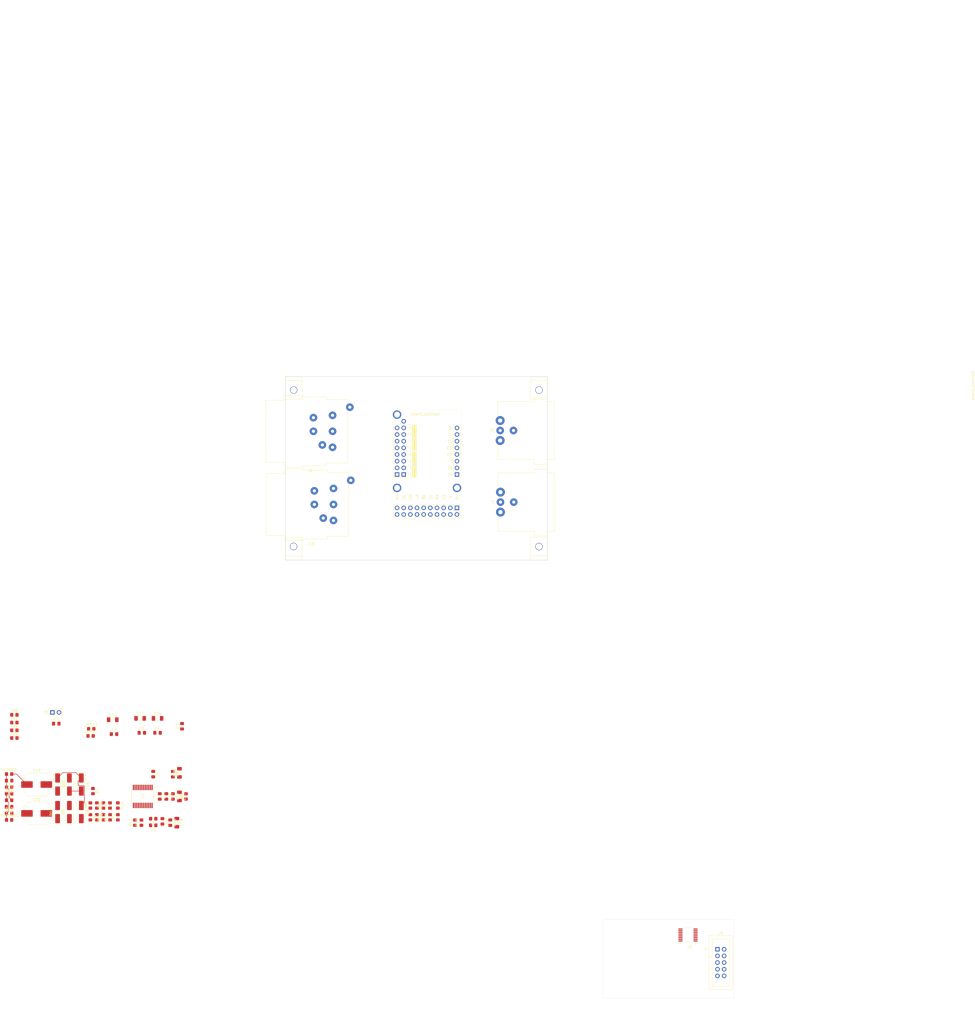
<source format=kicad_pcb>
(kicad_pcb (version 20241229) (generator "pcbnew") (generator_version "9.0")
  (layers (0 "F.Cu" signal) (2 "B.Cu" signal) (13 "F.Paste" user) (15 "B.Paste" user) (5 "F.SilkS" user "F.Silkscreen") (7 "B.SilkS" user "B.Silkscreen") (1 "F.Mask" user) (3 "B.Mask" user) (25 "Edge.Cuts" user))
  (net 0 "")
  (net 2 "34_RX8_RESET2")
  (net 3 "MCLK1+TDM1")
  (net 4 "/AUDIO_IN1P")
  (net 6 "GND")
  (net 8 "7_OUT1A+")
  (net 9 "SDA0")
  (net 12 "8_IN1")
  (net 15 "SCL0")
  (net 18 "BCLK1+TDM1")
  (net 21 "/AUDIO_OUTP")
  (net 24 "3.3V Teensy")
  (net 25 "35_TX8_RESET")
  (net 26 "/AUDIO_IN2P")
  (net 27 "/AUDIO_OUT2P")
  (net 28 "5V")
  (net 33 "LRCK1+TDM1")
  (net 34 "+48v")
  (net 35 "GNDPWR")
  (net 36 "VCC")
  (net 37 "Earth")
  (net 38 "-VA")
  (net 55 "+VA")
  (net 56 "Net-(U1-CS11)")
  (net 57 "Net-(U1-CS12)")
  (net 58 "Net-(U1-CS22)")
  (net 59 "Net-(U1-CS21)")
  (net 60 "Net-(J7-Pin_4)")
  (net 61 "Net-(C10-Pad1)")
  (net 62 "Net-(U1-VD-)")
  (net 63 "Net-(C19-Pad1)")
  (net 64 "Net-(C19-Pad2)")
  (net 65 "G")
  (net 66 "+48V")
  (net 67 "+12V")
  (net 68 "-12V")
  (net 69 "Net-(C20-Pad1)")
  (net 70 "Net-(C20-Pad2)")
  (net 71 "VIN1-")
  (net 72 "Net-(D6-A)")
  (net 73 "+5VA")
  (net 74 "-5VA")
  (net 75 "Net-(D8-A)")
  (net 76 "Net-(U1-VCOMIN)")
  (net 77 "SDI")
  (net 78 "SCLK")
  (net 79 "SDO")
  (net 80 "GPO3")
  (net 81 "CS")
  (net 82 "Net-(U1-VOUT+)")
  (net 83 "OVR")
  (net 84 "GPO2")
  (net 85 "Net-(U1-VIN-)")
  (net 86 "Net-(U1-VOUT-)")
  (net 87 "GPO4")
  (net 88 "Net-(U1-VIN+)")
  (net 89 "GPO1")
  (net 90 "Net-(CC1-Pad2)")
  (net 91 "Net-(CC2-Pad2)")
  (net 92 "Net-(J96-Pad2)")
  (net 93 "Net-(J97-Pad2)")
  (net 94 "Net-(J98-Pad2)")
  (net 95 "Net-(J99-Pad2)")
  (net 96 "SHIELD")
  (net 97 "Net-(R10-Pad2)")
  (net 98 "Net-(R11-Pad2)")
  (net 99 "VOUT+")
  (net 100 "VOUT-")
  (net 101 "Net-(J8-Pad2)")
  (net 102 "VIN1+")
  (footprint "Diode_SMD:D_SMA_Handsoldering" (layer "F.Cu") (at -67 181 90)
    (property "Reference" "D9" (at 0 -2.5 90) (layer "F.SilkS"))
    (property "Value" "~")
    (pad "1" smd roundrect (at -2.5 0 90) (size 3.5 1.8) (layers "F.Cu" "F.Mask" "F.Paste") (roundrect_rratio 0.1388888889) (net 75 "Net-(D8-A)"))
    (pad "2" smd roundrect (at 2.5 0 90) (size 3.5 1.8) (layers "F.Cu" "F.Mask" "F.Paste") (roundrect_rratio 0.1388888889) (net 74 "-5VA"))
  )
  (footprint "project_fp:R_0805_2012Metric_Pad1.20x1.40mm_HandSolder" (layer "F.Cu") (at -42 185.0375 90)
    (property "Reference" "R12" (at 0 -1.65 90) (layer "F.SilkS"))
    (property "Value" "0 ohm")
    (pad "1" smd roundrect (at -1 0 90) (size 1.2 1.4) (layers "F.Cu" "F.Mask" "F.Paste") (roundrect_rratio 0.208333) (net 99 "VOUT+"))
    (pad "2" smd roundrect (at 1 0 90) (size 1.2 1.4) (layers "F.Cu" "F.Mask" "F.Paste") (roundrect_rratio 0.208333) (net 82 "Net-(U1-VOUT+)"))
  )
  (footprint "project_fp:COMBO_XLR_NCJ6FI-H" (layer "F.Cu") (at 33.45 41.9 180)
    (property "Reference" "J9" (at 8.65 -9 0) (layer "F.SilkS"))
    (property "Value" "COMBO_NCJ6FA-H")
    (pad "" np_thru_hole circle (at 11.4 2.1 180) (size 2.1 2.1) (drill 2.1) (layers "*.Cu" "*.Mask"))
    (pad "1" thru_hole circle (at 0 0 180) (size 2.9 2.9) (drill 1.2) (layers "*.Cu" "*.Mask"))
    (pad "2" thru_hole circle (at 0 12.2 180) (size 2.9 2.9) (drill 1.2) (layers "*.Cu" "*.Mask"))
    (pad "3" thru_hole circle (at 0 6.1 180) (size 2.9 2.9) (drill 1.2) (layers "*.Cu" "*.Mask"))
    (pad "G" thru_hole circle (at 7.3 6.1 180) (size 2.9 2.9) (drill 1.2) (layers "*.Cu" "*.Mask"))
    (pad "R" thru_hole circle (at 3.9 0.9 180) (size 2.9 2.9) (drill 1.2) (layers "*.Cu" "*.Mask"))
    (pad "S" thru_hole circle (at 7.3 11.3 180) (size 2.9 2.9) (drill 1.2) (layers "*.Cu" "*.Mask"))
    (pad "T" thru_hole circle (at -6.6 15.3 180) (size 2.9 2.9) (drill 1.2) (layers "*.Cu" "*.Mask"))
  )
  (footprint "project_fp:R_0805_2012Metric_Pad1.20x1.40mm_HandSolder" (layer "F.Cu") (at -90 174)
    (property "Reference" "R17" (at 0 -1.65 0) (layer "F.SilkS"))
    (property "Value" "6.81k")
    (pad "1" smd roundrect (at -1 0) (size 1.2 1.4) (layers "F.Cu" "F.Mask" "F.Paste") (roundrect_rratio 0.208333) (net 71 "VIN1-"))
    (pad "2" smd roundrect (at 1 0) (size 1.2 1.4) (layers "F.Cu" "F.Mask" "F.Paste") (roundrect_rratio 0.208333) (net 34 "+48v"))
  )
  (footprint "project_fp:R_0805_2012Metric_Pad1.20x1.40mm_HandSolder" (layer "F.Cu") (at -58.9 151.975)
    (property "Reference" "JMP10" (at 0 -1.65 0) (layer "F.SilkS"))
    (property "Value" "0")
    (pad "1" smd roundrect (at -1 0) (size 1.2 1.4) (layers "F.Cu" "F.Mask" "F.Paste") (roundrect_rratio 0.208333) (net 37 "Earth"))
    (pad "2" smd roundrect (at 1 0) (size 1.2 1.4) (layers "F.Cu" "F.Mask" "F.Paste") (roundrect_rratio 0.208333) (net 6 "GND"))
  )
  (footprint "project_fp:R_0805_2012Metric_Pad1.20x1.40mm_HandSolder" (layer "F.Cu") (at -35 183.5375 180)
    (property "Reference" "J4" (at 0 -1.65 0) (layer "F.SilkS"))
    (property "Value" "0")
    (pad "1" smd roundrect (at -1 0 180) (size 1.2 1.4) (layers "F.Cu" "F.Mask" "F.Paste") (roundrect_rratio 0.208333) (net 37 "Earth"))
    (pad "2" smd roundrect (at 1 0 180) (size 1.2 1.4) (layers "F.Cu" "F.Mask" "F.Paste") (roundrect_rratio 0.208333) (net 76 "Net-(U1-VCOMIN)"))
  )
  (footprint "project_fp:audio_project_board_outline_100x70" (layer "F.Cu") (at 115.4175 84.9081 90)
    (property "Reference" "board_outline3" (at 66.414 162.40148 270) (layer "F.SilkS"))
    (property "Value" "board_outline")
    (fp_line (start 0 -100) (end 70 -100) (stroke (width 0.12)) (layer "Edge.Cuts"))
    (fp_line (start 70 0) (end 70 -100) (stroke (width 0.12)) (layer "Edge.Cuts"))
    (fp_line (start 0 0) (end 0 -100) (stroke (width 0.12)) (layer "Edge.Cuts"))
    (fp_line (start 0 0) (end 70 0) (stroke (width 0.12)) (layer "Edge.Cuts"))
    (pad "1" thru_hole circle (at 5.1562 -3.175 270) (size 2.75 2.75) (drill 2.45) (layers "*.Cu" "*.Mask"))
    (pad "1" thru_hole circle (at 5.1751 -96.85 270) (size 2.75 2.75) (drill 2.45) (layers "*.Cu" "*.Mask"))
    (pad "1" thru_hole circle (at 64.825 -3.175 90) (size 2.75 2.75) (drill 2.45) (layers "*.Cu" "*.Mask"))
    (pad "1" thru_hole circle (at 64.85 -96.8 90) (size 2.75 2.75) (drill 2.45) (layers "*.Cu" "*.Mask"))
  )
  (footprint "project_fp:R_0805_2012Metric_Pad1.20x1.40mm_HandSolder" (layer "F.Cu") (at -51.45 183 90)
    (property "Reference" "CC1" (at 0 -1.65 90) (layer "F.SilkS"))
    (property "Value" "0")
    (pad "1" smd roundrect (at -1 0 90) (size 1.2 1.4) (layers "F.Cu" "F.Mask" "F.Paste") (roundrect_rratio 0.208333) (net 88 "Net-(U1-VIN+)"))
    (pad "2" smd roundrect (at 1 0 90) (size 1.2 1.4) (layers "F.Cu" "F.Mask" "F.Paste") (roundrect_rratio 0.208333) (net 90 "Net-(CC1-Pad2)"))
  )
  (footprint "Capacitor_SMD:C_0805_2012Metric_Pad1.18x1.45mm_HandSolder" (layer "F.Cu") (at -31.5 184.5375 -90)
    (property "Reference" "C8" (at 0 -1.68 90) (layer "F.SilkS"))
    (property "Value" "0.1uF")
    (pad "1" smd roundrect (at -1.0375 0 270) (size 1.175 1.45) (layers "F.Cu" "F.Mask" "F.Paste") (roundrect_rratio 0.212766) (net 37 "Earth"))
    (pad "2" smd roundrect (at 1.0375 0 270) (size 1.175 1.45) (layers "F.Cu" "F.Mask" "F.Paste") (roundrect_rratio 0.212766) (net 60 "Net-(J7-Pin_4)"))
  )
  (footprint "Capacitor_SMD:C_0805_2012Metric_Pad1.18x1.45mm_HandSolder" (layer "F.Cu") (at -35 166.5375 -90)
    (property "Reference" "C6" (at 0 -1.68 90) (layer "F.SilkS"))
    (property "Value" "0.1uF")
    (pad "1" smd roundrect (at -1.0375 0 270) (size 1.175 1.45) (layers "F.Cu" "F.Mask" "F.Paste") (roundrect_rratio 0.212766) (net 57 "Net-(U1-CS12)"))
    (pad "2" smd roundrect (at 1.0375 0 270) (size 1.175 1.45) (layers "F.Cu" "F.Mask" "F.Paste") (roundrect_rratio 0.212766) (net 56 "Net-(U1-CS11)"))
  )
  (footprint "Diode_SMD:D_SMA_Handsoldering" (layer "F.Cu") (at -71.5 181 90)
    (property "Reference" "D11" (at 0 -2.5 90) (layer "F.SilkS"))
    (property "Value" "S1DB")
    (pad "1" smd roundrect (at -2.5 0 90) (size 3.5 1.8) (layers "F.Cu" "F.Mask" "F.Paste") (roundrect_rratio 0.1388888889) (net 37 "Earth"))
    (pad "2" smd roundrect (at 2.5 0 90) (size 3.5 1.8) (layers "F.Cu" "F.Mask" "F.Paste") (roundrect_rratio 0.1388888889) (net 74 "-5VA"))
  )
  (footprint "project_fp:audio_module_board_outline_50x34.5_d1_mod" (layer "F.Cu") (at 82.73 69.4925 90)
    (property "Reference" "board_outline1" (at 40.25 -13.75 0) (layer "F.SilkS"))
    (property "Value" "TAC5212 Module" (hide yes))
    (fp_text user "SD" (at 19.76 -4.405 180) (layer "F.SilkS"))
    (fp_text user "IN" (at 30.8 -18 90) (layer "F.SilkS" knockout))
    (fp_text user "1+" (at 17.28 -20.005 180) (layer "F.SilkS"))
    (fp_text user "2-" (at 24.9 -20.1 180) (layer "F.SilkS"))
    (fp_text user "OUT" (at 21.2 -18 90) (layer "F.SilkS" knockout))
    (fp_text user "IO2" (at 27.38 -4.5 180) (layer "F.SilkS"))
    (fp_text user "RX" (at 8.64 -9.335 90) (layer "F.SilkS"))
    (fp_text user "G" (at 35 -4.405 180) (layer "F.SilkS"))
    (fp_text user "IO1" (at 24.84 -4.5 180) (layer "F.SilkS"))
    (fp_text user "1-" (at 29.98 -20.005 180) (layer "F.SilkS"))
    (fp_text user "R" (at 8.05 -1.8 90) (layer "F.SilkS"))
    (fp_text user "2-" (at 35.06 -20.005 180) (layer "F.SilkS"))
    (fp_text user "TX" (at 8.64 -11.875 90) (layer "F.SilkS"))
    (fp_text user "5" (at 8.64 -4.255 90) (layer "F.SilkS"))
    (fp_text user "G" (at 22.3 -3.805 180) (layer "F.SilkS"))
    (fp_text user "MK" (at 8.64 -24.575 90) (layer "F.SilkS"))
    (fp_text user "I1" (at 32.46 -4.405 180) (layer "F.SilkS"))
    (fp_text user "LR" (at 8.735 -16.955 90) (layer "F.SilkS"))
    (fp_text user "SC" (at 8.64 -22.035 90) (layer "F.SilkS"))
    (fp_text user "12" (at 8.64 -6.795 90) (layer "F.SilkS"))
    (fp_text user "SD" (at 8.64 -19.495 90) (layer "F.SilkS"))
    (fp_text user "SC" (at 17.22 -4.405 180) (layer "F.SilkS"))
    (fp_text user "O1" (at 29.92 -4.405 180) (layer "F.SilkS"))
    (fp_text user "1+" (at 27.44 -20.1 180) (layer "F.SilkS"))
    (fp_text user "2+" (at 32.52 -20.005 180) (layer "F.SilkS"))
    (fp_text user "1-" (at 19.82 -20.005 180) (layer "F.SilkS"))
    (fp_text user "2+" (at 22.36 -20.005 180) (layer "F.SilkS"))
    (fp_text user "BC" (at 8.735 -14.415 90) (layer "F.SilkS"))
    (pad "1" thru_hole rect (at 4.505 -1.805 270) (size 1.7 1.7) (drill 1) (layers "*.Cu" "*.Mask") (net 25 "35_TX8_RESET"))
    (pad "2" thru_hole oval (at 1.965 -1.805 270) (size 1.7 1.7) (drill 1) (layers "*.Cu" "*.Mask") (net 2 "34_RX8_RESET2"))
    (pad "3" thru_hole oval (at 4.505 -4.345 270) (size 1.7 1.7) (drill 1) (layers "*.Cu" "*.Mask") (net 28 "5V"))
    (pad "4" thru_hole oval (at 1.965 -4.345 270) (size 1.7 1.7) (drill 1) (layers "*.Cu" "*.Mask") (net 24 "3.3V Teensy"))
    (pad "5" thru_hole oval (at 4.505 -6.885 270) (size 1.7 1.7) (drill 1) (layers "*.Cu" "*.Mask"))
    (pad "6" thru_hole oval (at 1.965 -6.885 270) (size 1.7 1.7) (drill 1) (layers "*.Cu" "*.Mask") (net 6 "GND"))
    (pad "7" thru_hole oval (at 4.505 -9.425 270) (size 1.7 1.7) (drill 1) (layers "*.Cu" "*.Mask") (net 8 "7_OUT1A+"))
    (pad "8" thru_hole oval (at 1.965 -9.425 270) (size 1.7 1.7) (drill 1) (layers "*.Cu" "*.Mask") (net 6 "GND"))
    (pad "9" thru_hole oval (at 4.505 -11.965 270) (size 1.7 1.7) (drill 1) (layers "*.Cu" "*.Mask") (net 12 "8_IN1"))
    (pad "10" thru_hole oval (at 1.965 -11.965 270) (size 1.7 1.7) (drill 1) (layers "*.Cu" "*.Mask") (net 6 "GND"))
    (pad "11" thru_hole oval (at 4.505 -14.505 270) (size 1.7 1.7) (drill 1) (layers "*.Cu" "*.Mask") (net 18 "BCLK1+TDM1"))
    (pad "12" thru_hole oval (at 1.965 -14.505 270) (size 1.7 1.7) (drill 1) (layers "*.Cu" "*.Mask") (net 6 "GND"))
    (pad "13" thru_hole oval (at 4.505 -17.045 270) (size 1.7 1.7) (drill 1) (layers "*.Cu" "*.Mask") (net 33 "LRCK1+TDM1"))
    (pad "14" thru_hole oval (at 1.965 -17.045 270) (size 1.7 1.7) (drill 1) (layers "*.Cu" "*.Mask") (net 6 "GND"))
    (pad "15" thru_hole oval (at 4.505 -19.585 270) (size 1.7 1.7) (drill 1) (layers "*.Cu" "*.Mask") (net 9 "SDA0"))
    (pad "16" thru_hole oval (at 1.965 -19.585 270) (size 1.7 1.7) (drill 1) (layers "*.Cu" "*.Mask") (net 6 "GND"))
    (pad "17" thru_hole oval (at 4.505 -22.125 270) (size 1.7 1.7) (drill 1) (layers "*.Cu" "*.Mask") (net 15 "SCL0"))
    (pad "18" thru_hole oval (at 1.965 -22.125 270) (size 1.7 1.7) (drill 1) (layers "*.Cu" "*.Mask") (net 6 "GND"))
    (pad "19" thru_hole oval (at 4.505 -24.665 270) (size 1.7 1.7) (drill 1) (layers "*.Cu" "*.Mask") (net 3 "MCLK1+TDM1"))
    (pad "20" thru_hole oval (at 1.965 -24.665 270) (size 1.7 1.7) (drill 1) (layers "*.Cu" "*.Mask") (net 6 "GND"))
    (pad "21" thru_hole rect (at 17.215 -22.12 180) (size 1.7 1.7) (drill 1) (layers "*.Cu" "*.Mask") (net 21 "/AUDIO_OUTP"))
    (pad "22" thru_hole rect (at 17.215 -24.66 180) (size 1.7 1.7) (drill 1) (layers "*.Cu" "*.Mask") (net 6 "GND"))
    (pad "23" thru_hole oval (at 19.755 -22.12 180) (size 1.7 1.7) (drill 1) (layers "*.Cu" "*.Mask"))
    (pad "24" thru_hole oval (at 19.755 -24.66 180) (size 1.7 1.7) (drill 1) (layers "*.Cu" "*.Mask") (net 6 "GND"))
    (pad "25" thru_hole oval (at 22.295 -22.12 180) (size 1.7 1.7) (drill 1) (layers "*.Cu" "*.Mask") (net 27 "/AUDIO_OUT2P"))
    (pad "26" thru_hole oval (at 22.295 -24.66 180) (size 1.7 1.7) (drill 1) (layers "*.Cu" "*.Mask") (net 6 "GND"))
    (pad "27" thru_hole oval (at 24.835 -22.12 180) (size 1.7 1.7) (drill 1) (layers "*.Cu" "*.Mask"))
    (pad "28" thru_hole oval (at 24.835 -24.66 180) (size 1.7 1.7) (drill 1) (layers "*.Cu" "*.Mask") (net 6 "GND"))
    (pad "29" thru_hole oval (at 27.375 -22.12 180) (size 1.7 1.7) (drill 1) (layers "*.Cu" "*.Mask") (net 4 "/AUDIO_IN1P"))
    (pad "30" thru_hole oval (at 27.375 -24.66 180) (size 1.7 1.7) (drill 1) (layers "*.Cu" "*.Mask") (net 6 "GND"))
    (pad "31" thru_hole oval (at 29.915 -22.12 180) (size 1.7 1.7) (drill 1) (layers "*.Cu" "*.Mask"))
    (pad "32" thru_hole oval (at 29.915 -24.66 180) (size 1.7 1.7) (drill 1) (layers "*.Cu" "*.Mask") (net 6 "GND"))
    (pad "33" thru_hole oval (at 32.455 -22.12 180) (size 1.7 1.7) (drill 1) (layers "*.Cu" "*.Mask") (net 26 "/AUDIO_IN2P"))
    (pad "34" thru_hole oval (at 32.455 -24.66 180) (size 1.7 1.7) (drill 1) (layers "*.Cu" "*.Mask") (net 6 "GND"))
    (pad "35" thru_hole oval (at 34.995 -22.12 180) (size 1.7 1.7) (drill 1) (layers "*.Cu" "*.Mask"))
    (pad "36" thru_hole oval (at 34.995 -24.66 180) (size 1.7 1.7) (drill 1) (layers "*.Cu" "*.Mask") (net 6 "GND"))
    (pad "37" thru_hole rect (at 17.215 -1.8 180) (size 1.7 1.7) (drill 1) (layers "*.Cu" "*.Mask"))
    (pad "38" thru_hole oval (at 19.755 -1.8 180) (size 1.7 1.7) (drill 1) (layers "*.Cu" "*.Mask"))
    (pad "39" thru_hole oval (at 22.295 -1.8 180) (size 1.7 1.7) (drill 1) (layers "*.Cu" "*.Mask"))
    (pad "40" thru_hole oval (at 24.835 -1.8 180) (size 1.7 1.7) (drill 1) (layers "*.Cu" "*.Mask"))
    (pad "41" thru_hole oval (at 27.375 -1.8 180) (size 1.7 1.7) (drill 1) (layers "*.Cu" "*.Mask"))
    (pad "42" thru_hole oval (at 29.915 -1.8 180) (size 1.7 1.7) (drill 1) (layers "*.Cu" "*.Mask"))
    (pad "43" thru_hole oval (at 32.455 -1.8 180) (size 1.7 1.7) (drill 1) (layers "*.Cu" "*.Mask"))
    (pad "44" thru_hole oval (at 34.995 -1.8 180) (size 1.7 1.7) (drill 1) (layers "*.Cu" "*.Mask"))
    (pad "48" thru_hole oval (at 37.52 -22.12 180) (size 1.7 1.7) (drill 1) (layers "*.Cu" "*.Mask"))
    (pad "49" thru_hole circle (at 12.12 -24.66 90) (size 3.2 3.2) (drill 2.2) (layers "*.Cu" "*.Mask"))
    (pad "50" thru_hole circle (at 40.06 -24.66 90) (size 3.2 3.2) (drill 2.2) (layers "*.Cu" "*.Mask"))
    (pad "51" thru_hole circle (at 12.12 -1.8 90) (size 3.2 3.2) (drill 2.2) (layers "*.Cu" "*.Mask") (net 6 "GND"))
  )
  (footprint "project_fp:R_0805_2012Metric_Pad1.20x1.40mm_HandSolder" (layer "F.Cu") (at -48.5 178.5 -90)
    (property "Reference" "R15" (at 0 -1.65 90) (layer "F.SilkS"))
    (property "Value" "0")
    (pad "1" smd roundrect (at -1 0 270) (size 1.2 1.4) (layers "F.Cu" "F.Mask" "F.Paste") (roundrect_rratio 0.208333) (net 91 "Net-(CC2-Pad2)"))
    (pad "2" smd roundrect (at 1 0 270) (size 1.2 1.4) (layers "F.Cu" "F.Mask" "F.Paste") (roundrect_rratio 0.208333) (net 98 "Net-(R11-Pad2)"))
  )
  (footprint "project_fp:R_0805_2012Metric_Pad1.20x1.40mm_HandSolder" (layer "F.Cu") (at -58.65 149.275)
    (property "Reference" "JMP11" (at 0 -1.65 0) (layer "F.SilkS"))
    (property "Value" "0")
    (pad "1" smd roundrect (at -1 0) (size 1.2 1.4) (layers "F.Cu" "F.Mask" "F.Paste") (roundrect_rratio 0.208333) (net 96 "SHIELD"))
    (pad "2" smd roundrect (at 1 0) (size 1.2 1.4) (layers "F.Cu" "F.Mask" "F.Paste") (roundrect_rratio 0.208333) (net 6 "GND"))
  )
  (footprint "project_fp:R_0805_2012Metric_Pad1.20x1.40mm_HandSolder" (layer "F.Cu") (at -51.5 178.5 90)
    (property "Reference" "J8" (at 0 -1.65 90) (layer "F.SilkS"))
    (property "Value" "0")
    (pad "1" smd roundrect (at -1 0 90) (size 1.2 1.4) (layers "F.Cu" "F.Mask" "F.Paste") (roundrect_rratio 0.208333) (net 37 "Earth"))
    (pad "2" smd roundrect (at 1 0 90) (size 1.2 1.4) (layers "F.Cu" "F.Mask" "F.Paste") (roundrect_rratio 0.208333) (net 101 "Net-(J8-Pad2)"))
  )
  (footprint "Connector_PinHeader_2.54mm:PinHeader_1x02_P2.54mm_Vertical" (layer "F.Cu") (at -73.5 143 90)
    (property "Reference" "J6" (at 0 -2.38 90) (layer "F.SilkS"))
    (property "Value" "Conn_01x02")
    (pad "1" thru_hole rect (at 0 0 90) (size 1.7 1.7) (drill 1) (layers "*.Cu" "*.Mask") (net 34 "+48v"))
    (pad "2" thru_hole circle (at 0 2.54 90) (size 1.7 1.7) (drill 1) (layers "*.Cu" "*.Mask") (net 35 "GNDPWR"))
  )
  (footprint "Connector_IDC:IDC-Header_2x05_P2.54mm_Vertical" (layer "F.Cu") (at 180.36 233.3075)
    (property "Reference" "J5" (at 1.27 -6.1 0) (layer "F.SilkS"))
    (property "Value" "Conn_02x05_Odd_Even")
    (pad "1" thru_hole roundrect (at 0 0) (size 1.7 1.7) (drill 1) (layers "*.Cu" "*.Mask") (roundrect_rratio 0.147059) (net 67 "+12V"))
    (pad "2" thru_hole circle (at 2.54 0) (size 1.7 1.7) (drill 1) (layers "*.Cu" "*.Mask") (net 65 "G"))
    (pad "3" thru_hole circle (at 0 2.54) (size 1.7 1.7) (drill 1) (layers "*.Cu" "*.Mask") (net 67 "+12V"))
    (pad "4" thru_hole circle (at 2.54 2.54) (size 1.7 1.7) (drill 1) (layers "*.Cu" "*.Mask") (net 65 "G"))
    (pad "5" thru_hole circle (at 0 5.08) (size 1.7 1.7) (drill 1) (layers "*.Cu" "*.Mask") (net 68 "-12V"))
    (pad "6" thru_hole circle (at 2.54 5.08) (size 1.7 1.7) (drill 1) (layers "*.Cu" "*.Mask") (net 65 "G"))
    (pad "7" thru_hole circle (at 0 7.62) (size 1.7 1.7) (drill 1) (layers "*.Cu" "*.Mask") (net 68 "-12V"))
    (pad "8" thru_hole circle (at 2.54 7.62) (size 1.7 1.7) (drill 1) (layers "*.Cu" "*.Mask") (net 65 "G"))
    (pad "9" thru_hole circle (at 0 10.16) (size 1.7 1.7) (drill 1) (layers "*.Cu" "*.Mask") (net 66 "+48V"))
    (pad "10" thru_hole circle (at 2.54 10.16) (size 1.7 1.7) (drill 1) (layers "*.Cu" "*.Mask") (net 66 "+48V"))
  )
  (footprint "project_fp:R_0805_2012Metric_Pad1.20x1.40mm_HandSolder" (layer "F.Cu") (at -59 183 -90)
    (property "Reference" "R5" (at 0 -1.65 90) (layer "F.SilkS"))
    (property "Value" "N/C")
    (pad "1" smd roundrect (at -1 0 270) (size 1.2 1.4) (layers "F.Cu" "F.Mask" "F.Paste") (roundrect_rratio 0.208333) (net 101 "Net-(J8-Pad2)"))
    (pad "2" smd roundrect (at 1 0 270) (size 1.2 1.4) (layers "F.Cu" "F.Mask" "F.Paste") (roundrect_rratio 0.208333) (net 97 "Net-(R10-Pad2)"))
  )
  (footprint "Capacitor_SMD:C_0805_2012Metric_Pad1.18x1.45mm_HandSolder" (layer "F.Cu") (at -30 175.0375 -90)
    (property "Reference" "C11" (at 0 -1.68 90) (layer "F.SilkS"))
    (property "Value" "0.1uF")
    (pad "1" smd roundrect (at -1.0375 0 270) (size 1.175 1.45) (layers "F.Cu" "F.Mask" "F.Paste") (roundrect_rratio 0.212766) (net 37 "Earth"))
    (pad "2" smd roundrect (at 1.0375 0 270) (size 1.175 1.45) (layers "F.Cu" "F.Mask" "F.Paste") (roundrect_rratio 0.212766) (net 38 "-VA"))
  )
  (footprint "Capacitor_SMD:C_1206_3216Metric_Pad1.33x1.80mm_HandSolder" (layer "F.Cu") (at -25 166.0375 90)
    (property "Reference" "C26" (at 0 -1.85 90) (layer "F.SilkS"))
    (property "Value" "4.7uF")
    (pad "1" smd roundrect (at -1.5625 0 90) (size 1.325 1.8) (layers "F.Cu" "F.Mask" "F.Paste") (roundrect_rratio 0.188679) (net 55 "+VA"))
    (pad "2" smd roundrect (at 1.5625 0 90) (size 1.325 1.8) (layers "F.Cu" "F.Mask" "F.Paste") (roundrect_rratio 0.188679) (net 37 "Earth"))
  )
  (footprint "Capacitor_SMD:C_1206_3216Metric_Pad1.33x1.80mm_HandSolder" (layer "F.Cu") (at -50.4625 145.775)
    (property "Reference" "C15" (at 0 -1.85 0) (layer "F.SilkS"))
    (property "Value" "47uF")
    (pad "1" smd roundrect (at -1.5625 0) (size 1.325 1.8) (layers "F.Cu" "F.Mask" "F.Paste") (roundrect_rratio 0.188679) (net 36 "VCC"))
    (pad "2" smd roundrect (at 1.5625 0) (size 1.325 1.8) (layers "F.Cu" "F.Mask" "F.Paste") (roundrect_rratio 0.188679) (net 6 "GND"))
  )
  (footprint "project_fp:XLRM_NC3MAH" (layer "F.Cu") (at 97.53 66.62 90)
    (property "Reference" "J1" (at 3.81 -3 90) (layer "F.SilkS"))
    (property "Value" "XLR3_Ground")
    (pad "" np_thru_hole circle (at 0 8.89 90) (size 1.6 1.6) (drill 1.6) (layers "*.Cu" "*.Mask"))
    (pad "" np_thru_hole circle (at 7.62 13.97 90) (size 1.6 1.6) (drill 1.6) (layers "*.Cu" "*.Mask"))
    (pad "1" thru_hole circle (at 0 0 90) (size 3.4 3.4) (drill 1.6) (layers "*.Cu" "*.Mask"))
    (pad "2" thru_hole circle (at 7.62 0 90) (size 3.4 3.4) (drill 1.6) (layers "*.Cu" "*.Mask"))
    (pad "3" thru_hole circle (at 3.81 0 90) (size 2.9 2.9) (drill 1.2) (layers "*.Cu" "*.Mask"))
    (pad "G" thru_hole circle (at 3.81 5.08 90) (size 2.9 2.9) (drill 1.2) (layers "*.Cu" "*.Mask"))
  )
  (footprint "Capacitor_SMD:C_1206_3216Metric_Pad1.33x1.80mm_HandSolder" (layer "F.Cu") (at -25 175.0375 -90)
    (property "Reference" "C27" (at 0 -1.85 90) (layer "F.SilkS"))
    (property "Value" "4.7uF")
    (pad "1" smd roundrect (at -1.5625 0 270) (size 1.325 1.8) (layers "F.Cu" "F.Mask" "F.Paste") (roundrect_rratio 0.188679) (net 37 "Earth"))
    (pad "2" smd roundrect (at 1.5625 0 270) (size 1.325 1.8) (layers "F.Cu" "F.Mask" "F.Paste") (roundrect_rratio 0.188679) (net 38 "-VA"))
  )
  (footprint "project_fp:R_0805_2012Metric_Pad1.20x1.40mm_HandSolder" (layer "F.Cu") (at -59 178.5 90)
    (property "Reference" "R8" (at 0 -1.65 90) (layer "F.SilkS"))
    (property "Value" "10")
    (pad "1" smd roundrect (at -1 0 90) (size 1.2 1.4) (layers "F.Cu" "F.Mask" "F.Paste") (roundrect_rratio 0.208333) (net 70 "Net-(C20-Pad2)"))
    (pad "2" smd roundrect (at 1 0 90) (size 1.2 1.4) (layers "F.Cu" "F.Mask" "F.Paste") (roundrect_rratio 0.208333) (net 75 "Net-(D8-A)"))
  )
  (footprint "project_fp:R_0805_2012Metric_Pad1.20x1.40mm_HandSolder" (layer "F.Cu") (at -22.5 175.0375 90)
    (property "Reference" "R9" (at 0 -1.65 90) (layer "F.SilkS"))
    (property "Value" "10")
    (pad "1" smd roundrect (at -1 0 90) (size 1.2 1.4) (layers "F.Cu" "F.Mask" "F.Paste") (roundrect_rratio 0.208333) (net 38 "-VA"))
    (pad "2" smd roundrect (at 1 0 90) (size 1.2 1.4) (layers "F.Cu" "F.Mask" "F.Paste") (roundrect_rratio 0.208333) (net 62 "Net-(U1-VD-)"))
  )
  (footprint "project_fp:R_0805_2012Metric_Pad1.20x1.40mm_HandSolder" (layer "F.Cu") (at -90 176.5)
    (property "Reference" "R4" (at 0 -1.65 0) (layer "F.SilkS"))
    (property "Value" "R_Small")
    (pad "1" smd roundrect (at -1 0) (size 1.2 1.4) (layers "F.Cu" "F.Mask" "F.Paste") (roundrect_rratio 0.208333) (net 71 "VIN1-"))
    (pad "2" smd roundrect (at 1 0) (size 1.2 1.4) (layers "F.Cu" "F.Mask" "F.Paste") (roundrect_rratio 0.208333) (net 102 "VIN1+"))
  )
  (footprint "Capacitor_SMD:C_1206_3216Metric_Pad1.33x1.80mm_HandSolder" (layer "F.Cu") (at -26 185.0375 -90)
    (property "Reference" "C18" (at 0 -1.85 90) (layer "F.SilkS"))
    (property "Value" "4.7uF")
    (pad "1" smd roundrect (at -1.5625 0 270) (size 1.325 1.8) (layers "F.Cu" "F.Mask" "F.Paste") (roundrect_rratio 0.188679) (net 6 "GND"))
    (pad "2" smd roundrect (at 1.5625 0 270) (size 1.325 1.8) (layers "F.Cu" "F.Mask" "F.Paste") (roundrect_rratio 0.188679) (net 62 "Net-(U1-VD-)"))
  )
  (footprint "Capacitor_SMD:C_0805_2012Metric_Pad1.18x1.45mm_HandSolder" (layer "F.Cu") (at -28.5 185.0375 -90)
    (property "Reference" "C13" (at 0 -1.68 90) (layer "F.SilkS"))
    (property "Value" "0.1uF")
    (pad "1" smd roundrect (at -1.0375 0 270) (size 1.175 1.45) (layers "F.Cu" "F.Mask" "F.Paste") (roundrect_rratio 0.212766) (net 6 "GND"))
    (pad "2" smd roundrect (at 1.0375 0 270) (size 1.175 1.45) (layers "F.Cu" "F.Mask" "F.Paste") (roundrect_rratio 0.212766) (net 62 "Net-(U1-VD-)"))
  )
  (footprint "Capacitor_SMD:C_0805_2012Metric_Pad1.18x1.45mm_HandSolder" (layer "F.Cu") (at -32.5 175.0375 -90)
    (property "Reference" "C7" (at 0 -1.68 90) (layer "F.SilkS"))
    (property "Value" "0.1uF")
    (pad "1" smd roundrect (at -1.0375 0 270) (size 1.175 1.45) (layers "F.Cu" "F.Mask" "F.Paste") (roundrect_rratio 0.212766) (net 58 "Net-(U1-CS22)"))
    (pad "2" smd roundrect (at 1.0375 0 270) (size 1.175 1.45) (layers "F.Cu" "F.Mask" "F.Paste") (roundrect_rratio 0.212766) (net 59 "Net-(U1-CS21)"))
  )
  (footprint "Capacitor_SMD:C_0805_2012Metric_Pad1.18x1.45mm_HandSolder" (layer "F.Cu") (at -90 181.5)
    (property "Reference" "C22" (at 0 -1.68 0) (layer "F.SilkS"))
    (property "Value" "1000pf")
    (pad "1" smd roundrect (at -1.0375 0) (size 1.175 1.45) (layers "F.Cu" "F.Mask" "F.Paste") (roundrect_rratio 0.212766) (net 71 "VIN1-"))
    (pad "2" smd roundrect (at 1.0375 0) (size 1.175 1.45) (layers "F.Cu" "F.Mask" "F.Paste") (roundrect_rratio 0.212766) (net 61 "Net-(C10-Pad1)"))
  )
  (footprint "project_fp:R_0805_2012Metric_Pad1.20x1.40mm_HandSolder" (layer "F.Cu") (at -90 166.5)
    (property "Reference" "R10000" (at 0 -1.65 0) (layer "F.SilkS"))
    (property "Value" "10")
    (pad "1" smd roundrect (at -1 0) (size 1.2 1.4) (layers "F.Cu" "F.Mask" "F.Paste") (roundrect_rratio 0.208333) (net 102 "VIN1+"))
    (pad "2" smd roundrect (at 1 0) (size 1.2 1.4) (layers "F.Cu" "F.Mask" "F.Paste") (roundrect_rratio 0.208333) (net 63 "Net-(C19-Pad1)"))
  )
  (footprint "project_fp:R_0805_2012Metric_Pad1.20x1.40mm_HandSolder" (layer "F.Cu") (at -88 152.775)
    (property "Reference" "J99" (at 0 -1.65 0) (layer "F.SilkS"))
    (property "Value" "0 ohm")
    (pad "1" smd roundrect (at -1 0) (size 1.2 1.4) (layers "F.Cu" "F.Mask" "F.Paste") (roundrect_rratio 0.208333) (net 6 "GND"))
    (pad "2" smd roundrect (at 1 0) (size 1.2 1.4) (layers "F.Cu" "F.Mask" "F.Paste") (roundrect_rratio 0.208333) (net 95 "Net-(J99-Pad2)"))
  )
  (footprint "project_fp:R_0805_2012Metric_Pad1.20x1.40mm_HandSolder" (layer "F.Cu") (at -88 149.825)
    (property "Reference" "J98" (at 0 -1.65 0) (layer "F.SilkS"))
    (property "Value" "0 ohm")
    (pad "1" smd roundrect (at -1 0) (size 1.2 1.4) (layers "F.Cu" "F.Mask" "F.Paste") (roundrect_rratio 0.208333) (net 6 "GND"))
    (pad "2" smd roundrect (at 1 0) (size 1.2 1.4) (layers "F.Cu" "F.Mask" "F.Paste") (roundrect_rratio 0.208333) (net 94 "Net-(J98-Pad2)"))
  )
  (footprint "Capacitor_SMD:C_0805_2012Metric_Pad1.18x1.45mm_HandSolder" (layer "F.Cu") (at -27.5 166.5375 -90)
    (property "Reference" "C9" (at 0 -1.68 90) (layer "F.SilkS"))
    (property "Value" "0.1uF")
    (pad "1" smd roundrect (at -1.0375 0 270) (size 1.175 1.45) (layers "F.Cu" "F.Mask" "F.Paste") (roundrect_rratio 0.212766) (net 37 "Earth"))
    (pad "2" smd roundrect (at 1.0375 0 270) (size 1.175 1.45) (layers "F.Cu" "F.Mask" "F.Paste") (roundrect_rratio 0.212766) (net 55 "+VA"))
  )
  (footprint "Capacitor_SMD:C_0805_2012Metric_Pad1.18x1.45mm_HandSolder" (layer "F.Cu") (at -24 148.275 90)
    (property "Reference" "C3" (at 0 -1.68 90) (layer "F.SilkS"))
    (property "Value" "0.1uF")
    (pad "1" smd roundrect (at -1.0375 0 90) (size 1.175 1.45) (layers "F.Cu" "F.Mask" "F.Paste") (roundrect_rratio 0.212766) (net 37 "Earth"))
    (pad "2" smd roundrect (at 1.0375 0 90) (size 1.175 1.45) (layers "F.Cu" "F.Mask" "F.Paste") (roundrect_rratio 0.212766) (net 35 "GNDPWR"))
  )
  (footprint "Capacitor_SMD:CP_Elec_8x10.5" (layer "F.Cu") (at -79.5 170.5)
    (property "Reference" "C19" (at 0 -5.3 0) (layer "F.SilkS"))
    (property "Value" "47uF")
    (pad "1" smd roundrect (at -3.7 0) (size 4.4 2.5) (layers "F.Cu" "F.Mask" "F.Paste") (roundrect_rratio 0.1) (net 63 "Net-(C19-Pad1)"))
    (pad "2" smd roundrect (at 3.7 0) (size 4.4 2.5) (layers "F.Cu" "F.Mask" "F.Paste") (roundrect_rratio 0.1) (net 64 "Net-(C19-Pad2)"))
  )
  (footprint "project_fp:audio_project_board_outline_50x30" (layer "F.Cu") (at 136.6125 251.8875)
    (property "Reference" "board_outline2")
    (property "Value" "board_outline" (hide yes))
    (fp_rect (start 0 -30) (end 50 0) (stroke (width 0.05)) (fill no) (layer "Edge.Cuts"))
  )
  (footprint "Capacitor_SMD:C_0805_2012Metric_Pad1.18x1.45mm_HandSolder" (layer "F.Cu") (at -72 147.275)
    (property "Reference" "C1" (at 0 -1.68 0) (layer "F.SilkS"))
    (property "Value" "0.1uF")
    (pad "1" smd roundrect (at -1.0375 0) (size 1.175 1.45) (layers "F.Cu" "F.Mask" "F.Paste") (roundrect_rratio 0.212766) (net 34 "+48v"))
    (pad "2" smd roundrect (at 1.0375 0) (size 1.175 1.45) (layers "F.Cu" "F.Mask" "F.Paste") (roundrect_rratio 0.212766) (net 35 "GNDPWR"))
  )
  (footprint "project_fp:R_0805_2012Metric_Pad1.20x1.40mm_HandSolder" (layer "F.Cu") (at -39.5 185.0375 90)
    (property "Reference" "R13" (at 0 -1.65 90) (layer "F.SilkS"))
    (property "Value" "0 ohm")
    (pad "1" smd roundrect (at -1 0 90) (size 1.2 1.4) (layers "F.Cu" "F.Mask" "F.Paste") (roundrect_rratio 0.208333) (net 100 "VOUT-"))
    (pad "2" smd roundrect (at 1 0 90) (size 1.2 1.4) (layers "F.Cu" "F.Mask" "F.Paste") (roundrect_rratio 0.208333) (net 86 "Net-(U1-VOUT-)"))
  )
  (footprint "project_fp:R_0805_2012Metric_Pad1.20x1.40mm_HandSolder" (layer "F.Cu") (at -88 143.925)
    (property "Reference" "J96" (at 0 -1.65 0) (layer "F.SilkS"))
    (property "Value" "0 ohm")
    (pad "1" smd roundrect (at -1 0) (size 1.2 1.4) (layers "F.Cu" "F.Mask" "F.Paste") (roundrect_rratio 0.208333) (net 6 "GND"))
    (pad "2" smd roundrect (at 1 0) (size 1.2 1.4) (layers "F.Cu" "F.Mask" "F.Paste") (roundrect_rratio 0.208333) (net 92 "Net-(J96-Pad2)"))
  )
  (footprint "project_fp:R_0805_2012Metric_Pad1.20x1.40mm_HandSolder" (layer "F.Cu") (at -56.5 183 -90)
    (property "Reference" "R10" (at 0 -1.65 90) (layer "F.SilkS"))
    (property "Value" "0")
    (pad "1" smd roundrect (at -1 0 270) (size 1.2 1.4) (layers "F.Cu" "F.Mask" "F.Paste") (roundrect_rratio 0.208333) (net 72 "Net-(D6-A)"))
    (pad "2" smd roundrect (at 1 0 270) (size 1.2 1.4) (layers "F.Cu" "F.Mask" "F.Paste") (roundrect_rratio 0.208333) (net 97 "Net-(R10-Pad2)"))
  )
  (footprint "Capacitor_SMD:C_0805_2012Metric_Pad1.18x1.45mm_HandSolder" (layer "F.Cu") (at -90.0375 179 180)
    (property "Reference" "C10" (at 0 -1.68 0) (layer "F.SilkS"))
    (property "Value" "1000pf")
    (pad "1" smd roundrect (at -1.0375 0 180) (size 1.175 1.45) (layers "F.Cu" "F.Mask" "F.Paste") (roundrect_rratio 0.212766) (net 61 "Net-(C10-Pad1)"))
    (pad "2" smd roundrect (at 1.0375 0 180) (size 1.175 1.45) (layers "F.Cu" "F.Mask" "F.Paste") (roundrect_rratio 0.212766) (net 35 "GNDPWR"))
  )
  (footprint "Capacitor_SMD:C_0805_2012Metric_Pad1.18x1.45mm_HandSolder" (layer "F.Cu") (at -27.5 175.0375 -90)
    (property "Reference" "C12" (at 0 -1.68 90) (layer "F.SilkS"))
    (property "Value" "0.1uF")
    (pad "1" smd roundrect (at -1.0375 0 270) (size 1.175 1.45) (layers "F.Cu" "F.Mask" "F.Paste") (roundrect_rratio 0.212766) (net 37 "Earth"))
    (pad "2" smd roundrect (at 1.0375 0 270) (size 1.175 1.45) (layers "F.Cu" "F.Mask" "F.Paste") (roundrect_rratio 0.212766) (net 38 "-VA"))
  )
  (footprint "Capacitor_SMD:C_0805_2012Metric_Pad1.18x1.45mm_HandSolder" (layer "F.Cu") (at -49.9625 151.275)
    (property "Reference" "C2" (at 0 -1.68 0) (layer "F.SilkS"))
    (property "Value" "0.1uF")
    (pad "1" smd roundrect (at -1.0375 0) (size 1.175 1.45) (layers "F.Cu" "F.Mask" "F.Paste") (roundrect_rratio 0.212766) (net 36 "VCC"))
    (pad "2" smd roundrect (at 1.0375 0) (size 1.175 1.45) (layers "F.Cu" "F.Mask" "F.Paste") (roundrect_rratio 0.212766) (net 6 "GND"))
  )
  (footprint "project_fp:R_0805_2012Metric_Pad1.20x1.40mm_HandSolder" (layer "F.Cu") (at -88 146.875)
    (property "Reference" "J97" (at 0 -1.65 0) (layer "F.SilkS"))
    (property "Value" "0 ohm")
    (pad "1" smd roundrect (at -1 0) (size 1.2 1.4) (layers "F.Cu" "F.Mask" "F.Paste") (roundrect_rratio 0.208333) (net 6 "GND"))
    (pad "2" smd roundrect (at 1 0) (size 1.2 1.4) (layers "F.Cu" "F.Mask" "F.Paste") (roundrect_rratio 0.208333) (net 93 "Net-(J97-Pad2)"))
  )
  (footprint "Diode_SMD:D_SMA_Handsoldering" (layer "F.Cu") (at -67 170.5 90)
    (property "Reference" "D7" (at 0 -2.5 90) (layer "F.SilkS"))
    (property "Value" "~")
    (pad "1" smd roundrect (at -2.5 0 90) (size 3.5 1.8) (layers "F.Cu" "F.Mask" "F.Paste") (roundrect_rratio 0.1388888889) (net 72 "Net-(D6-A)"))
    (pad "2" smd roundrect (at 2.5 0 90) (size 3.5 1.8) (layers "F.Cu" "F.Mask" "F.Paste") (roundrect_rratio 0.1388888889) (net 74 "-5VA"))
  )
  (footprint "project_fp:PGA2505IDB" (layer "F.Cu") (at -39 175.0375 -90)
    (property "Reference" "U1" (at 0 0 270) (layer "F.SilkS"))
    (property "Value" "PGA2505IDB")
    (fp_text user "*" (at -3.683 -5.1498 270) (layer "F.SilkS"))
    (fp_text user "*" (at -3.683 -5.1498 90) (layer "F.SilkS"))
    (pad "1" smd rect (at -3.429 -3.574999 270) (size 2.0574 0.4318) (layers "F.Cu" "F.Mask" "F.Paste") (net 37 "Earth"))
    (pad "2" smd rect (at -3.429 -2.925 270) (size 2.0574 0.4318) (layers "F.Cu" "F.Mask" "F.Paste") (net 89 "GPO1"))
    (pad "3" smd rect (at -3.429 -2.275002 270) (size 2.0574 0.4318) (layers "F.Cu" "F.Mask" "F.Paste") (net 84 "GPO2"))
    (pad "4" smd rect (at -3.429 -1.625001 270) (size 2.0574 0.4318) (layers "F.Cu" "F.Mask" "F.Paste") (net 80 "GPO3"))
    (pad "5" smd rect (at -3.429 -0.975002 270) (size 2.0574 0.4318) (layers "F.Cu" "F.Mask" "F.Paste") (net 87 "GPO4"))
    (pad "6" smd rect (at -3.429 -0.325001 270) (size 2.0574 0.4318) (layers "F.Cu" "F.Mask" "F.Paste") (net 83 "OVR"))
    (pad "7" smd rect (at -3.429 0.324998 270) (size 2.0574 0.4318) (layers "F.Cu" "F.Mask" "F.Paste") (net 6 "GND"))
    (pad "8" smd rect (at -3.429 0.974999 270) (size 2.0574 0.4318) (layers "F.Cu" "F.Mask" "F.Paste") (net 77 "SDI"))
    (pad "9" smd rect (at -3.429 1.624998 270) (size 2.0574 0.4318) (layers "F.Cu" "F.Mask" "F.Paste") (net 81 "CS"))
    (pad "10" smd rect (at -3.429 2.274999 270) (size 2.0574 0.4318) (layers "F.Cu" "F.Mask" "F.Paste") (net 78 "SCLK"))
    (pad "11" smd rect (at -3.429 2.924998 270) (size 2.0574 0.4318) (layers "F.Cu" "F.Mask" "F.Paste") (net 79 "SDO"))
    (pad "12" smd rect (at -3.429 3.574999 270) (size 2.0574 0.4318) (layers "F.Cu" "F.Mask" "F.Paste") (net 62 "Net-(U1-VD-)"))
    (pad "13" smd rect (at 3.429 3.574999 270) (size 2.0574 0.4318) (layers "F.Cu" "F.Mask" "F.Paste") (net 38 "-VA"))
    (pad "14" smd rect (at 3.429 2.925 270) (size 2.0574 0.4318) (layers "F.Cu" "F.Mask" "F.Paste") (net 86 "Net-(U1-VOUT-)"))
    (pad "15" smd rect (at 3.429 2.274999 270) (size 2.0574 0.4318) (layers "F.Cu" "F.Mask" "F.Paste") (net 82 "Net-(U1-VOUT+)"))
    (pad "16" smd rect (at 3.429 1.625001 270) (size 2.0574 0.4318) (layers "F.Cu" "F.Mask" "F.Paste") (net 55 "+VA"))
    (pad "17" smd rect (at 3.429 0.974999 270) (size 2.0574 0.4318) (layers "F.Cu" "F.Mask" "F.Paste") (net 38 "-VA"))
    (pad "18" smd rect (at 3.429 0.325001 270) (size 2.0574 0.4318) (layers "F.Cu" "F.Mask" "F.Paste") (net 58 "Net-(U1-CS22)"))
    (pad "19" smd rect (at 3.429 -0.324998 270) (size 2.0574 0.4318) (layers "F.Cu" "F.Mask" "F.Paste") (net 59 "Net-(U1-CS21)"))
    (pad "20" smd rect (at 3.429 -0.974999 270) (size 2.0574 0.4318) (layers "F.Cu" "F.Mask" "F.Paste") (net 57 "Net-(U1-CS12)"))
    (pad "21" smd rect (at 3.429 -1.624998 270) (size 2.0574 0.4318) (layers "F.Cu" "F.Mask" "F.Paste") (net 56 "Net-(U1-CS11)"))
    (pad "22" smd rect (at 3.429 -2.274999 270) (size 2.0574 0.4318) (layers "F.Cu" "F.Mask" "F.Paste") (net 76 "Net-(U1-VCOMIN)"))
    (pad "23" smd rect (at 3.429 -2.924998 270) (size 2.0574 0.4318) (layers "F.Cu" "F.Mask" "F.Paste") (net 85 "Net-(U1-VIN-)"))
    (pad "24" smd rect (at 3.429 -3.574999 270) (size 2.0574 0.4318) (layers "F.Cu" "F.Mask" "F.Paste") (net 88 "Net-(U1-VIN+)"))
  )
  (footprint "project_fp:COMBO_XLR_NCJ6FI-H" (layer "F.Cu") (at 33.8 69.8 180)
    (property "Reference" "J10" (at 8.65 -9 0) (layer "F.SilkS"))
    (property "Value" "COMBO_NCJ6FA-H")
    (pad "" np_thru_hole circle (at 11.4 2.1 180) (size 2.1 2.1) (drill 2.1) (layers "*.Cu" "*.Mask"))
    (pad "1" thru_hole circle (at 0 0 180) (size 2.9 2.9) (drill 1.2) (layers "*.Cu" "*.Mask"))
    (pad "2" thru_hole circle (at 0 12.2 180) (size 2.9 2.9) (drill 1.2) (layers "*.Cu" "*.Mask"))
    (pad "3" thru_hole circle (at 0 6.1 180) (size 2.9 2.9) (drill 1.2) (layers "*.Cu" "*.Mask"))
    (pad "G" thru_hole circle (at 7.3 6.1 180) (size 2.9 2.9) (drill 1.2) (layers "*.Cu" "*.Mask"))
    (pad "R" thru_hole circle (at 3.9 0.9 180) (size 2.9 2.9) (drill 1.2) (layers "*.Cu" "*.Mask"))
    (pad "S" thru_hole circle (at 7.3 11.3 180) (size 2.9 2.9) (drill 1.2) (layers "*.Cu" "*.Mask"))
    (pad "T" thru_hole circle (at -6.6 15.3 180) (size 2.9 2.9) (drill 1.2) (layers "*.Cu" "*.Mask"))
  )
  (footprint "Capacitor_SMD:C_0805_2012Metric_Pad1.18x1.45mm_HandSolder" (layer "F.Cu") (at -39.35 150.775)
    (property "Reference" "C5" (at 0 -1.68 0) (layer "F.SilkS"))
    (property "Value" "0.1uF")
    (pad "1" smd roundrect (at -1.0375 0) (size 1.175 1.45) (layers "F.Cu" "F.Mask" "F.Paste") (roundrect_rratio 0.212766) (net 37 "Earth"))
    (pad "2" smd roundrect (at 1.0375 0) (size 1.175 1.45) (layers "F.Cu" "F.Mask" "F.Paste") (roundrect_rratio 0.212766) (net 55 "+VA"))
  )
  (footprint "Capacitor_SMD:C_0805_2012Metric_Pad1.18x1.45mm_HandSolder" (layer "F.Cu") (at -33.35 150.775)
    (property "Reference" "C4" (at 0 -1.68 0) (layer "F.SilkS"))
    (property "Value" "0.1uF")
    (pad "1" smd roundrect (at -1.0375 0) (size 1.175 1.45) (layers "F.Cu" "F.Mask" "F.Paste") (roundrect_rratio 0.212766) (net 37 "Earth"))
    (pad "2" smd roundrect (at 1.0375 0) (size 1.175 1.45) (layers "F.Cu" "F.Mask" "F.Paste") (roundrect_rratio 0.212766) (net 38 "-VA"))
  )
  (footprint "project_fp:R_0805_2012Metric_Pad1.20x1.40mm_HandSolder" (layer "F.Cu") (at -54 183 90)
    (property "Reference" "R14" (at 0 -1.65 90) (layer "F.SilkS"))
    (property "Value" "0")
    (pad "1" smd roundrect (at -1 0 90) (size 1.2 1.4) (layers "F.Cu" "F.Mask" "F.Paste") (roundrect_rratio 0.208333) (net 97 "Net-(R10-Pad2)"))
    (pad "2" smd roundrect (at 1 0 90) (size 1.2 1.4) (layers "F.Cu" "F.Mask" "F.Paste") (roundrect_rratio 0.208333) (net 90 "Net-(CC1-Pad2)"))
  )
  (footprint "project_fp:SC18IS606PWJ_SOP65P640X110-16N" (layer "F.Cu") (at 169.1125 227.8875 180)
    (property "Reference" "U5" (at -0.73 -4.512 0) (layer "F.SilkS"))
    (property "Value" "SC18IS606PWJ")
    (pad "1" smd roundrect (at -2.87 -2.275 180) (size 1.57 0.41) (layers "F.Cu" "F.Mask" "F.Paste") (roundrect_rratio 0.125))
    (pad "2" smd roundrect (at -2.87 -1.625 180) (size 1.57 0.41) (layers "F.Cu" "F.Mask" "F.Paste") (roundrect_rratio 0.125))
    (pad "3" smd roundrect (at -2.87 -0.975 180) (size 1.57 0.41) (layers "F.Cu" "F.Mask" "F.Paste") (roundrect_rratio 0.125))
    (pad "4" smd roundrect (at -2.87 -0.325 180) (size 1.57 0.41) (layers "F.Cu" "F.Mask" "F.Paste") (roundrect_rratio 0.125))
    (pad "5" smd roundrect (at -2.87 0.325 180) (size 1.57 0.41) (layers "F.Cu" "F.Mask" "F.Paste") (roundrect_rratio 0.125))
    (pad "6" smd roundrect (at -2.87 0.975 180) (size 1.57 0.41) (layers "F.Cu" "F.Mask" "F.Paste") (roundrect_rratio 0.125))
    (pad "7" smd roundrect (at -2.87 1.625 180) (size 1.57 0.41) (layers "F.Cu" "F.Mask" "F.Paste") (roundrect_rratio 0.125))
    (pad "8" smd roundrect (at -2.87 2.275 180) (size 1.57 0.41) (layers "F.Cu" "F.Mask" "F.Paste") (roundrect_rratio 0.125))
    (pad "9" smd roundrect (at 2.87 2.275 180) (size 1.57 0.41) (layers "F.Cu" "F.Mask" "F.Paste") (roundrect_rratio 0.125))
    (pad "10" smd roundrect (at 2.87 1.625 180) (size 1.57 0.41) (layers "F.Cu" "F.Mask" "F.Paste") (roundrect_rratio 0.125))
    (pad "11" smd roundrect (at 2.87 0.975 180) (size 1.57 0.41) (layers "F.Cu" "F.Mask" "F.Paste") (roundrect_rratio 0.125))
    (pad "12" smd roundrect (at 2.87 0.325 180) (size 1.57 0.41) (layers "F.Cu" "F.Mask" "F.Paste") (roundrect_rratio 0.125))
    (pad "13" smd roundrect (at 2.87 -0.325 180) (size 1.57 0.41) (layers "F.Cu" "F.Mask" "F.Paste") (roundrect_rratio 0.125))
    (pad "14" smd roundrect (at 2.87 -0.975 180) (size 1.57 0.41) (layers "F.Cu" "F.Mask" "F.Paste") (roundrect_rratio 0.125))
    (pad "15" smd roundrect (at 2.87 -1.625 180) (size 1.57 0.41) (layers "F.Cu" "F.Mask" "F.Paste") (roundrect_rratio 0.125))
    (pad "16" smd roundrect (at 2.87 -2.275 180) (size 1.57 0.41) (layers "F.Cu" "F.Mask" "F.Paste") (roundrect_rratio 0.125))
  )
  (footprint "Capacitor_SMD:C_1206_3216Metric_Pad1.33x1.80mm_HandSolder" (layer "F.Cu") (at -40 145.275)
    (property "Reference" "C17" (at 0 -1.85 0) (layer "F.SilkS"))
    (property "Value" "4.7uF")
    (pad "1" smd roundrect (at -1.5625 0) (size 1.325 1.8) (layers "F.Cu" "F.Mask" "F.Paste") (roundrect_rratio 0.188679) (net 55 "+VA"))
    (pad "2" smd roundrect (at 1.5625 0) (size 1.325 1.8) (layers "F.Cu" "F.Mask" "F.Paste") (roundrect_rratio 0.188679) (net 37 "Earth"))
  )
  (footprint "Capacitor_SMD:C_1206_3216Metric_Pad1.33x1.80mm_HandSolder" (layer "F.Cu") (at -33.35 145.275)
    (property "Reference" "C16" (at 0 -1.85 0) (layer "F.SilkS"))
    (property "Value" "4.7uF")
    (pad "1" smd roundrect (at -1.5625 0) (size 1.325 1.8) (layers "F.Cu" "F.Mask" "F.Paste") (roundrect_rratio 0.188679) (net 37 "Earth"))
    (pad "2" smd roundrect (at 1.5625 0) (size 1.325 1.8) (layers "F.Cu" "F.Mask" "F.Paste") (roundrect_rratio 0.188679) (net 38 "-VA"))
  )
  (footprint "project_fp:R_0805_2012Metric_Pad1.20x1.40mm_HandSolder" (layer "F.Cu") (at -54 178.5 90)
    (property "Reference" "R6" (at 0 -1.65 90) (layer "F.SilkS"))
    (property "Value" "N/C")
    (pad "1" smd roundrect (at -1 0 90) (size 1.2 1.4) (layers "F.Cu" "F.Mask" "F.Paste") (roundrect_rratio 0.208333) (net 98 "Net-(R11-Pad2)"))
    (pad "2" smd roundrect (at 1 0 90) (size 1.2 1.4) (layers "F.Cu" "F.Mask" "F.Paste") (roundrect_rratio 0.208333) (net 101 "Net-(J8-Pad2)"))
  )
  (footprint "project_fp:R_0805_2012Metric_Pad1.20x1.40mm_HandSolder" (layer "F.Cu") (at -90 171.5 180)
    (property "Reference" "R16" (at 0 -1.65 0) (layer "F.SilkS"))
    (property "Value" "6.81k")
    (pad "1" smd roundrect (at -1 0 180) (size 1.2 1.4) (layers "F.Cu" "F.Mask" "F.Paste") (roundrect_rratio 0.208333) (net 34 "+48v"))
    (pad "2" smd roundrect (at 1 0 180) (size 1.2 1.4) (layers "F.Cu" "F.Mask" "F.Paste") (roundrect_rratio 0.208333) (net 102 "VIN1+"))
  )
  (footprint "project_fp:R_0805_2012Metric_Pad1.20x1.40mm_HandSolder" (layer "F.Cu") (at -56.5 178.5 -90)
    (property "Reference" "R11" (at 0 -1.65 90) (layer "F.SilkS"))
    (property "Value" "0")
    (pad "1" smd roundrect (at -1 0 270) (size 1.2 1.4) (layers "F.Cu" "F.Mask" "F.Paste") (roundrect_rratio 0.208333) (net 75 "Net-(D8-A)"))
    (pad "2" smd roundrect (at 1 0 270) (size 1.2 1.4) (layers "F.Cu" "F.Mask" "F.Paste") (roundrect_rratio 0.208333) (net 98 "Net-(R11-Pad2)"))
  )
  (footprint "Diode_SMD:D_SMA_Handsoldering" (layer "F.Cu") (at -62.45 181 -90)
    (property "Reference" "D8" (at 0 -2.5 90) (layer "F.SilkS"))
    (property "Value" "~")
    (pad "1" smd roundrect (at -2.5 0 270) (size 3.5 1.8) (layers "F.Cu" "F.Mask" "F.Paste") (roundrect_rratio 0.1388888889) (net 73 "+5VA"))
    (pad "2" smd roundrect (at 2.5 0 270) (size 3.5 1.8) (layers "F.Cu" "F.Mask" "F.Paste") (roundrect_rratio 0.1388888889) (net 75 "Net-(D8-A)"))
  )
  (footprint "project_fp:XLRM_NC3MAH" (layer "F.Cu") (at 97.42 39.31 90)
    (property "Reference" "J2" (at 3.81 -3 90) (layer "F.SilkS"))
    (property "Value" "XLR3_Ground")
    (pad "" np_thru_hole circle (at 0 8.89 90) (size 1.6 1.6) (drill 1.6) (layers "*.Cu" "*.Mask"))
    (pad "" np_thru_hole circle (at 7.62 13.97 90) (size 1.6 1.6) (drill 1.6) (layers "*.Cu" "*.Mask"))
    (pad "1" thru_hole circle (at 0 0 90) (size 3.4 3.4) (drill 1.6) (layers "*.Cu" "*.Mask"))
    (pad "2" thru_hole circle (at 7.62 0 90) (size 3.4 3.4) (drill 1.6) (layers "*.Cu" "*.Mask"))
    (pad "3" thru_hole circle (at 3.81 0 90) (size 2.9 2.9) (drill 1.2) (layers "*.Cu" "*.Mask"))
    (pad "G" thru_hole circle (at 3.81 5.08 90) (size 2.9 2.9) (drill 1.2) (layers "*.Cu" "*.Mask"))
  )
  (footprint "project_fp:R_0805_2012Metric_Pad1.20x1.40mm_HandSolder" (layer "F.Cu") (at -58 173 -90)
    (property "Reference" "R7" (at 0 -1.65 90) (layer "F.SilkS"))
    (property "Value" "10")
    (pad "1" smd roundrect (at -1 0 270) (size 1.2 1.4) (layers "F.Cu" "F.Mask" "F.Paste") (roundrect_rratio 0.208333) (net 64 "Net-(C19-Pad2)"))
    (pad "2" smd roundrect (at 1 0 270) (size 1.2 1.4) (layers "F.Cu" "F.Mask" "F.Paste") (roundrect_rratio 0.208333) (net 72 "Net-(D6-A)"))
  )
  (footprint "project_fp:R_0805_2012Metric_Pad1.20x1.40mm_HandSolder" (layer "F.Cu") (at -90 184)
    (property "Reference" "R100000" (at 0 -1.65 0) (layer "F.SilkS"))
    (property "Value" "10")
    (pad "1" smd roundrect (at -1 0) (size 1.2 1.4) (layers "F.Cu" "F.Mask" "F.Paste") (roundrect_rratio 0.208333) (net 71 "VIN1-"))
    (pad "2" smd roundrect (at 1 0) (size 1.2 1.4) (layers "F.Cu" "F.Mask" "F.Paste") (roundrect_rratio 0.208333) (net 69 "Net-(C20-Pad1)"))
  )
  (footprint "Diode_SMD:D_SMA_Handsoldering" (layer "F.Cu") (at -71.5 170.5 -90)
    (property "Reference" "D10" (at 0 -2.5 90) (layer "F.SilkS"))
    (property "Value" "~")
    (pad "1" smd roundrect (at -2.5 0 270) (size 3.5 1.8) (layers "F.Cu" "F.Mask" "F.Paste") (roundrect_rratio 0.1388888889) (net 73 "+5VA"))
    (pad "2" smd roundrect (at 2.5 0 270) (size 3.5 1.8) (layers "F.Cu" "F.Mask" "F.Paste") (roundrect_rratio 0.1388888889) (net 37 "Earth"))
  )
  (footprint "Diode_SMD:D_SMA_Handsoldering" (layer "F.Cu") (at -62.45 170.5 -90)
    (property "Reference" "D6" (at 0 -2.5 90) (layer "F.SilkS"))
    (property "Value" "~")
    (pad "1" smd roundrect (at -2.5 0 270) (size 3.5 1.8) (layers "F.Cu" "F.Mask" "F.Paste") (roundrect_rratio 0.1388888889) (net 73 "+5VA"))
    (pad "2" smd roundrect (at 2.5 0 270) (size 3.5 1.8) (layers "F.Cu" "F.Mask" "F.Paste") (roundrect_rratio 0.1388888889) (net 72 "Net-(D6-A)"))
  )
  (footprint "Capacitor_SMD:CP_Elec_8x10.5" (layer "F.Cu") (at -79.5 181.5)
    (property "Reference" "C20" (at 0 -5.3 0) (layer "F.SilkS"))
    (property "Value" "47uF")
    (pad "1" smd roundrect (at -3.7 0) (size 4.4 2.5) (layers "F.Cu" "F.Mask" "F.Paste") (roundrect_rratio 0.1) (net 69 "Net-(C20-Pad1)"))
    (pad "2" smd roundrect (at 3.7 0) (size 4.4 2.5) (layers "F.Cu" "F.Mask" "F.Paste") (roundrect_rratio 0.1) (net 70 "Net-(C20-Pad2)"))
  )
  (footprint "project_fp:R_0805_2012Metric_Pad1.20x1.40mm_HandSolder" (layer "F.Cu") (at -35 186.0375 180)
    (property "Reference" "J3" (at 0 -1.65 0) (layer "F.SilkS"))
    (property "Value" "0")
    (pad "1" smd roundrect (at -1 0 180) (size 1.2 1.4) (layers "F.Cu" "F.Mask" "F.Paste") (roundrect_rratio 0.208333) (net 60 "Net-(J7-Pin_4)"))
    (pad "2" smd roundrect (at 1 0 180) (size 1.2 1.4) (layers "F.Cu" "F.Mask" "F.Paste") (roundrect_rratio 0.208333) (net 76 "Net-(U1-VCOMIN)"))
  )
  (footprint "Capacitor_SMD:C_0805_2012Metric_Pad1.18x1.45mm_HandSolder" (layer "F.Cu") (at -90 169 180)
    (property "Reference" "C21" (at 0 -1.68 0) (layer "F.SilkS"))
    (property "Value" "1000pf")
    (pad "1" smd roundrect (at -1.0375 0 180) (size 1.175 1.45) (layers "F.Cu" "F.Mask" "F.Paste") (roundrect_rratio 0.212766) (net 61 "Net-(C10-Pad1)"))
    (pad "2" smd roundrect (at 1.0375 0 180) (size 1.175 1.45) (layers "F.Cu" "F.Mask" "F.Paste") (roundrect_rratio 0.212766) (net 102 "VIN1+"))
  )
  (footprint "project_fp:R_0805_2012Metric_Pad1.20x1.40mm_HandSolder" (layer "F.Cu") (at -48.5 183 90)
    (property "Reference" "CC2" (at 0 -1.65 90) (layer "F.SilkS"))
    (property "Value" "0")
    (pad "1" smd roundrect (at -1 0 90) (size 1.2 1.4) (layers "F.Cu" "F.Mask" "F.Paste") (roundrect_rratio 0.208333) (net 85 "Net-(U1-VIN-)"))
    (pad "2" smd roundrect (at 1 0 90) (size 1.2 1.4) (layers "F.Cu" "F.Mask" "F.Paste") (roundrect_rratio 0.208333) (net 91 "Net-(CC2-Pad2)"))
  )
  (segment (start -87.2 166.5) (end -83.2 170.5) (width 0.2) (layer "F.Cu") (net 63))
  (segment (start -89 166.5) (end -87.2 166.5) (width 0.2) (layer "F.Cu") (net 63))
  (segment (start -90.1865 180.649) (end -90.1865 177.3135) (width 0.2) (layer "F.Cu") (net 71))
  (segment (start -91 176.5) (end -91 174) (width 0.2) (layer "F.Cu") (net 71))
  (segment (start -91.0375 181.5) (end -90.1865 180.649) (width 0.2) (layer "F.Cu") (net 71))
  (segment (start -91 181.5375) (end -91.0375 181.5) (width 0.2) (layer "F.Cu") (net 71))
  (segment (start -91 184) (end -91 181.5375) (width 0.2) (layer "F.Cu") (net 71))
  (segment (start -90.1865 177.3135) (end -91 176.5) (width 0.2) (layer "F.Cu") (net 71))
  (segment (start -67 173) (end -62.45 173) (width 0.2) (layer "F.Cu") (net 72))
  (segment (start -61.249 171.26484) (end -61.56484 170.949) (width 0.2) (layer "F.Cu") (net 73))
  (segment (start -63.33516 170.949) (end -63.651 170.63316) (width 0.2) (layer "F.Cu") (net 73))
  (segment (start -64.501 165.949) (end -62.45 168) (width 0.2) (layer "F.Cu") (net 73))
  (segment (start -63.651 169.201) (end -62.45 168) (width 0.2) (layer "F.Cu") (net 73))
  (segment (start -61.249 177.299) (end -61.249 171.26484) (width 0.2) (layer "F.Cu") (net 73))
  (segment (start -62.45 178.5) (end -61.249 177.299) (width 0.2) (layer "F.Cu") (net 73))
  (segment (start -63.651 170.63316) (end -63.651 169.201) (width 0.2) (layer "F.Cu") (net 73))
  (segment (start -71.5 168) (end -69.449 165.949) (width 0.2) (layer "F.Cu") (net 73))
  (segment (start -61.56484 170.949) (end -63.33516 170.949) (width 0.2) (layer "F.Cu") (net 73))
  (segment (start -69.449 165.949) (end -64.501 165.949) (width 0.2) (layer "F.Cu") (net 73))
  (segment (start -89 176.5) (end -90 175.5) (width 0.2) (layer "F.Cu") (net 102))
  (segment (start -90 172.5) (end -91 171.5) (width 0.2) (layer "F.Cu") (net 102))
  (segment (start -90 175.5) (end -90 172.5) (width 0.2) (layer "F.Cu") (net 102))
  (segment (start -91 166.5) (end -91 171.5) (width 0.2) (layer "F.Cu") (net 102))
)
</source>
